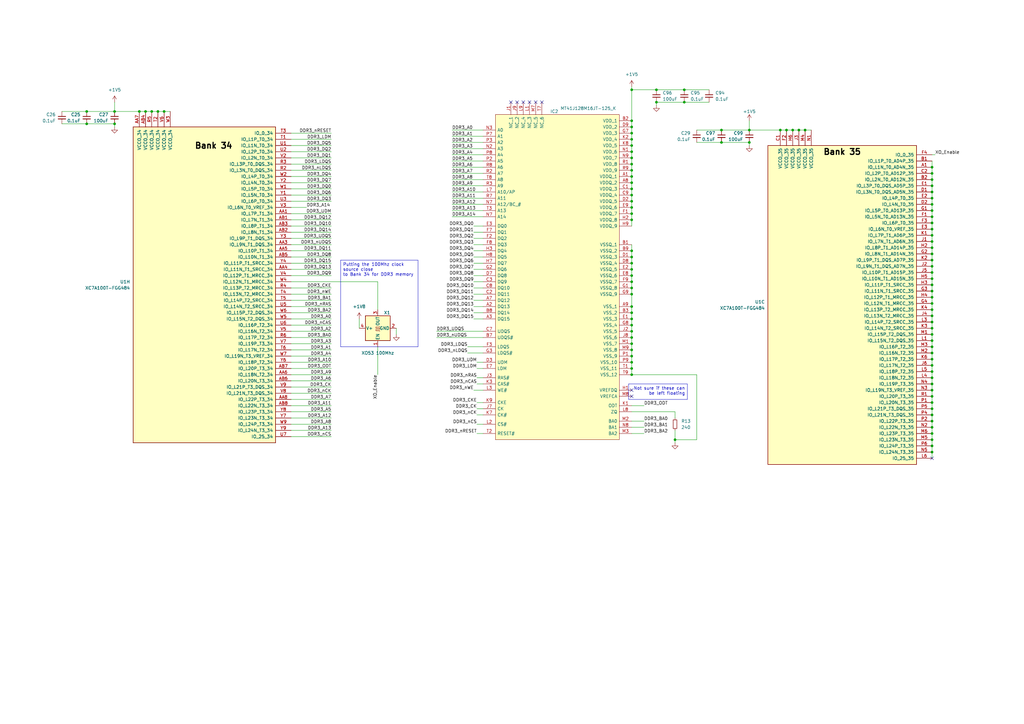
<source format=kicad_sch>
(kicad_sch (version 20230121) (generator eeschema)
  (paper "A3")
  (title_block (title "TripSitter") (date "4/20/2069") (rev "4.2.0") (company "NTNU x Nordic Semiconductor"))
  (junction (at 382.27 76.2))
  (junction (at 382.27 142.24))
  (junction (at 259.08 153.67))
  (junction (at 67.31 45.72))
  (junction (at 295.91 58.42))
  (junction (at 382.27 71.12))
  (junction (at 382.27 78.74))
  (junction (at 382.27 106.68))
  (junction (at 259.08 54.61))
  (junction (at 259.08 72.39))
  (junction (at 382.27 83.82))
  (junction (at 382.27 162.56))
  (junction (at 280.67 36.83))
  (junction (at 259.08 82.55))
  (junction (at 330.2 53.34))
  (junction (at 276.86 180.34))
  (junction (at 320.04 53.34))
  (junction (at 259.08 59.69))
  (junction (at 382.27 116.84))
  (junction (at 64.77 45.72))
  (junction (at 382.27 170.18))
  (junction (at 259.08 52.07))
  (junction (at 259.08 105.41))
  (junction (at 382.27 114.3))
  (junction (at 269.24 41.91))
  (junction (at 259.08 143.51))
  (junction (at 382.27 109.22))
  (junction (at 259.08 120.65))
  (junction (at 382.27 119.38))
  (junction (at 62.23 45.72))
  (junction (at 259.08 118.11))
  (junction (at 35.56 45.72))
  (junction (at 382.27 167.64))
  (junction (at 259.08 140.97))
  (junction (at 259.08 62.23))
  (junction (at 259.08 87.63))
  (junction (at 259.08 85.09))
  (junction (at 35.56 50.8))
  (junction (at 382.27 96.52))
  (junction (at 259.08 115.57))
  (junction (at 259.08 102.87))
  (junction (at 382.27 185.42))
  (junction (at 259.08 130.81))
  (junction (at 382.27 121.92))
  (junction (at 382.27 157.48))
  (junction (at 382.27 73.66))
  (junction (at 382.27 111.76))
  (junction (at 382.27 147.32))
  (junction (at 259.08 64.77))
  (junction (at 259.08 107.95))
  (junction (at 259.08 138.43))
  (junction (at 382.27 165.1))
  (junction (at 325.12 53.34))
  (junction (at 327.66 53.34))
  (junction (at 259.08 49.53))
  (junction (at 259.08 36.83))
  (junction (at 382.27 144.78))
  (junction (at 259.08 128.27))
  (junction (at 259.08 67.31))
  (junction (at 259.08 74.93))
  (junction (at 259.08 133.35))
  (junction (at 382.27 154.94))
  (junction (at 307.34 58.42))
  (junction (at 59.69 45.72))
  (junction (at 382.27 101.6))
  (junction (at 259.08 80.01))
  (junction (at 259.08 146.05))
  (junction (at 259.08 125.73))
  (junction (at 382.27 68.58))
  (junction (at 57.15 45.72))
  (junction (at 307.34 53.34))
  (junction (at 382.27 86.36))
  (junction (at 259.08 151.13))
  (junction (at 382.27 134.62))
  (junction (at 382.27 160.02))
  (junction (at 382.27 91.44))
  (junction (at 46.99 45.72))
  (junction (at 382.27 177.8))
  (junction (at 382.27 99.06))
  (junction (at 382.27 149.86))
  (junction (at 259.08 110.49))
  (junction (at 259.08 148.59))
  (junction (at 259.08 135.89))
  (junction (at 382.27 137.16))
  (junction (at 382.27 104.14))
  (junction (at 280.67 41.91))
  (junction (at 382.27 129.54))
  (junction (at 259.08 69.85))
  (junction (at 382.27 152.4))
  (junction (at 382.27 182.88))
  (junction (at 382.27 132.08))
  (junction (at 259.08 57.15))
  (junction (at 46.99 50.8))
  (junction (at 259.08 90.17))
  (junction (at 382.27 180.34))
  (junction (at 322.58 53.34))
  (junction (at 382.27 175.26))
  (junction (at 382.27 93.98))
  (junction (at 382.27 172.72))
  (junction (at 259.08 77.47))
  (junction (at 382.27 127))
  (junction (at 382.27 81.28))
  (junction (at 269.24 36.83))
  (junction (at 382.27 124.46))
  (junction (at 382.27 139.7))
  (junction (at 295.91 53.34))
  (junction (at 382.27 88.9))
  (junction (at 259.08 113.03))
  (no_connect (at 222.25 41.91))
  (no_connect (at 259.08 160.02))
  (no_connect (at 219.71 41.91))
  (no_connect (at 212.09 41.91))
  (no_connect (at 217.17 41.91))
  (no_connect (at 259.08 162.56))
  (no_connect (at 209.55 41.91))
  (no_connect (at 214.63 41.91))
  (no_connect (at 382.27 187.96))
  (wire (pts (xy 57.15 45.72) (xy 59.69 45.72)))
  (wire (pts (xy 280.67 36.83) (xy 290.83 36.83)))
  (wire (pts (xy 259.08 133.35) (xy 259.08 135.89)))
  (wire (pts (xy 382.27 144.78) (xy 382.27 147.32)))
  (wire (pts (xy 119.38 118.11) (xy 135.89 118.11)))
  (wire (pts (xy 382.27 93.98) (xy 382.27 96.52)))
  (wire (pts (xy 259.08 102.87) (xy 259.08 105.41)))
  (wire (pts (xy 119.38 90.17) (xy 135.89 90.17)))
  (wire (pts (xy 119.38 113.03) (xy 135.89 113.03)))
  (wire (pts (xy 382.27 172.72) (xy 382.27 175.26)))
  (wire (pts (xy 259.08 151.13) (xy 259.08 153.67)))
  (wire (pts (xy 307.34 53.34) (xy 295.91 53.34)))
  (wire (pts (xy 382.27 76.2) (xy 382.27 78.74)))
  (wire (pts (xy 307.34 53.34) (xy 320.04 53.34)))
  (wire (pts (xy 295.91 58.42) (xy 285.75 58.42)))
  (wire (pts (xy 119.38 64.77) (xy 135.89 64.77)))
  (wire (pts (xy 320.04 53.34) (xy 322.58 53.34)))
  (wire (pts (xy 382.27 116.84) (xy 382.27 119.38)))
  (wire (pts (xy 194.31 100.33) (xy 198.12 100.33)))
  (wire (pts (xy 259.08 87.63) (xy 259.08 90.17)))
  (wire (pts (xy 259.08 118.11) (xy 259.08 120.65)))
  (wire (pts (xy 119.38 72.39) (xy 135.89 72.39)))
  (wire (pts (xy 382.27 127) (xy 382.27 129.54)))
  (wire (pts (xy 259.08 72.39) (xy 259.08 74.93)))
  (wire (pts (xy 194.31 130.81) (xy 198.12 130.81)))
  (wire (pts (xy 119.38 153.67) (xy 135.89 153.67)))
  (wire (pts (xy 382.27 134.62) (xy 382.27 137.16)))
  (wire (pts (xy 195.58 148.59) (xy 198.12 148.59)))
  (wire (pts (xy 382.27 114.3) (xy 382.27 116.84)))
  (wire (pts (xy 382.27 73.66) (xy 382.27 76.2)))
  (wire (pts (xy 382.27 139.7) (xy 382.27 142.24)))
  (wire (pts (xy 259.08 105.41) (xy 259.08 107.95)))
  (wire (pts (xy 119.38 151.13) (xy 135.89 151.13)))
  (wire (pts (xy 191.77 142.24) (xy 198.12 142.24)))
  (wire (pts (xy 382.27 91.44) (xy 382.27 93.98)))
  (wire (pts (xy 382.27 160.02) (xy 382.27 162.56)))
  (wire (pts (xy 259.08 52.07) (xy 259.08 54.61)))
  (wire (pts (xy 119.38 120.65) (xy 135.89 120.65)))
  (wire (pts (xy 382.27 142.24) (xy 382.27 144.78)))
  (wire (pts (xy 382.27 154.94) (xy 382.27 157.48)))
  (wire (pts (xy 119.38 59.69) (xy 135.89 59.69)))
  (wire (pts (xy 382.27 88.9) (xy 382.27 91.44)))
  (wire (pts (xy 382.27 157.48) (xy 382.27 160.02)))
  (wire (pts (xy 62.23 45.72) (xy 64.77 45.72)))
  (wire (pts (xy 259.08 54.61) (xy 259.08 57.15)))
  (wire (pts (xy 185.42 66.04) (xy 198.12 66.04)))
  (wire (pts (xy 194.31 125.73) (xy 198.12 125.73)))
  (wire (pts (xy 119.38 85.09) (xy 125.73 85.09)))
  (wire (pts (xy 325.12 53.34) (xy 327.66 53.34)))
  (wire (pts (xy 259.08 80.01) (xy 259.08 82.55)))
  (wire (pts (xy 119.38 80.01) (xy 135.89 80.01)))
  (wire (pts (xy 382.27 129.54) (xy 382.27 132.08)))
  (wire (pts (xy 382.27 81.28) (xy 382.27 83.82)))
  (wire (pts (xy 382.27 167.64) (xy 382.27 170.18)))
  (wire (pts (xy 119.38 168.91) (xy 135.89 168.91)))
  (wire (pts (xy 259.08 57.15) (xy 259.08 59.69)))
  (wire (pts (xy 285.75 153.67) (xy 285.75 180.34)))
  (wire (pts (xy 259.08 128.27) (xy 259.08 130.81)))
  (wire (pts (xy 259.08 85.09) (xy 259.08 87.63)))
  (wire (pts (xy 259.08 82.55) (xy 259.08 85.09)))
  (wire (pts (xy 259.08 77.47) (xy 259.08 80.01)))
  (wire (pts (xy 259.08 120.65) (xy 259.08 125.73)))
  (wire (pts (xy 119.38 133.35) (xy 135.89 133.35)))
  (wire (pts (xy 382.27 165.1) (xy 382.27 167.64)))
  (wire (pts (xy 185.42 83.82) (xy 198.12 83.82)))
  (wire (pts (xy 46.99 45.72) (xy 35.56 45.72)))
  (wire (pts (xy 194.31 107.95) (xy 198.12 107.95)))
  (wire (pts (xy 119.38 74.93) (xy 135.89 74.93)))
  (wire (pts (xy 198.12 138.43) (xy 179.07 138.43)))
  (wire (pts (xy 382.27 68.58) (xy 382.27 71.12)))
  (wire (pts (xy 259.08 62.23) (xy 259.08 64.77)))
  (wire (pts (xy 119.38 128.27) (xy 135.89 128.27)))
  (wire (pts (xy 185.42 58.42) (xy 198.12 58.42)))
  (wire (pts (xy 46.99 50.8) (xy 35.56 50.8)))
  (wire (pts (xy 259.08 69.85) (xy 259.08 72.39)))
  (wire (pts (xy 147.32 130.81) (xy 147.32 134.62)))
  (wire (pts (xy 259.08 138.43) (xy 259.08 140.97)))
  (wire (pts (xy 259.08 59.69) (xy 259.08 62.23)))
  (wire (pts (xy 119.38 115.57) (xy 154.94 115.57)))
  (wire (pts (xy 307.34 49.53) (xy 307.34 53.34)))
  (wire (pts (xy 194.31 102.87) (xy 198.12 102.87)))
  (wire (pts (xy 382.27 121.92) (xy 382.27 124.46)))
  (wire (pts (xy 119.38 102.87) (xy 135.89 102.87)))
  (wire (pts (xy 198.12 135.89) (xy 179.07 135.89)))
  (wire (pts (xy 194.31 120.65) (xy 198.12 120.65)))
  (wire (pts (xy 185.42 86.36) (xy 198.12 86.36)))
  (wire (pts (xy 194.31 118.11) (xy 198.12 118.11)))
  (wire (pts (xy 194.31 128.27) (xy 198.12 128.27)))
  (wire (pts (xy 259.08 74.93) (xy 259.08 77.47)))
  (wire (pts (xy 185.42 60.96) (xy 198.12 60.96)))
  (wire (pts (xy 264.16 175.26) (xy 259.08 175.26)))
  (wire (pts (xy 46.99 41.91) (xy 46.99 45.72)))
  (wire (pts (xy 382.27 182.88) (xy 382.27 185.42)))
  (wire (pts (xy 382.27 63.5) (xy 383.54 63.5)))
  (wire (pts (xy 119.38 171.45) (xy 135.89 171.45)))
  (wire (pts (xy 382.27 185.42) (xy 382.27 187.96)))
  (wire (pts (xy 382.27 170.18) (xy 382.27 172.72)))
  (wire (pts (xy 259.08 143.51) (xy 259.08 146.05)))
  (wire (pts (xy 119.38 173.99) (xy 135.89 173.99)))
  (wire (pts (xy 269.24 41.91) (xy 280.67 41.91)))
  (wire (pts (xy 119.38 163.83) (xy 135.89 163.83)))
  (wire (pts (xy 269.24 36.83) (xy 259.08 36.83)))
  (wire (pts (xy 276.86 168.91) (xy 276.86 171.45)))
  (wire (pts (xy 119.38 62.23) (xy 135.89 62.23)))
  (wire (pts (xy 194.31 123.19) (xy 198.12 123.19)))
  (wire (pts (xy 35.56 45.72) (xy 25.4 45.72)))
  (wire (pts (xy 276.86 180.34) (xy 276.86 181.61)))
  (wire (pts (xy 119.38 179.07) (xy 135.89 179.07)))
  (wire (pts (xy 259.08 146.05) (xy 259.08 148.59)))
  (wire (pts (xy 119.38 69.85) (xy 135.89 69.85)))
  (wire (pts (xy 119.38 110.49) (xy 135.89 110.49)))
  (wire (pts (xy 194.31 115.57) (xy 198.12 115.57)))
  (wire (pts (xy 382.27 109.22) (xy 382.27 111.76)))
  (wire (pts (xy 194.31 110.49) (xy 198.12 110.49)))
  (wire (pts (xy 35.56 50.8) (xy 25.4 50.8)))
  (wire (pts (xy 194.31 160.02) (xy 198.12 160.02)))
  (wire (pts (xy 259.08 110.49) (xy 259.08 113.03)))
  (wire (pts (xy 119.38 123.19) (xy 135.89 123.19)))
  (wire (pts (xy 259.08 35.56) (xy 259.08 36.83)))
  (wire (pts (xy 194.31 97.79) (xy 198.12 97.79)))
  (wire (pts (xy 382.27 83.82) (xy 382.27 86.36)))
  (wire (pts (xy 185.42 78.74) (xy 198.12 78.74)))
  (wire (pts (xy 259.08 125.73) (xy 259.08 128.27)))
  (wire (pts (xy 119.38 107.95) (xy 135.89 107.95)))
  (wire (pts (xy 264.16 172.72) (xy 259.08 172.72)))
  (wire (pts (xy 46.99 50.8) (xy 46.99 52.07)))
  (wire (pts (xy 154.94 127) (xy 154.94 115.57)))
  (wire (pts (xy 185.42 63.5) (xy 198.12 63.5)))
  (wire (pts (xy 259.08 135.89) (xy 259.08 138.43)))
  (wire (pts (xy 259.08 90.17) (xy 259.08 92.71)))
  (wire (pts (xy 119.38 125.73) (xy 135.89 125.73)))
  (wire (pts (xy 382.27 147.32) (xy 382.27 149.86)))
  (wire (pts (xy 119.38 105.41) (xy 135.89 105.41)))
  (wire (pts (xy 119.38 146.05) (xy 135.89 146.05)))
  (wire (pts (xy 119.38 67.31) (xy 135.89 67.31)))
  (wire (pts (xy 119.38 140.97) (xy 135.89 140.97)))
  (wire (pts (xy 194.31 105.41) (xy 198.12 105.41)))
  (wire (pts (xy 276.86 176.53) (xy 276.86 180.34)))
  (wire (pts (xy 119.38 161.29) (xy 135.89 161.29)))
  (wire (pts (xy 269.24 43.18) (xy 269.24 41.91)))
  (wire (pts (xy 119.38 77.47) (xy 135.89 77.47)))
  (wire (pts (xy 307.34 58.42) (xy 307.34 59.69)))
  (wire (pts (xy 382.27 132.08) (xy 382.27 134.62)))
  (wire (pts (xy 194.31 113.03) (xy 198.12 113.03)))
  (wire (pts (xy 119.38 54.61) (xy 135.89 54.61)))
  (wire (pts (xy 259.08 100.33) (xy 259.08 102.87)))
  (wire (pts (xy 119.38 176.53) (xy 135.89 176.53)))
  (wire (pts (xy 195.58 157.48) (xy 198.12 157.48)))
  (wire (pts (xy 382.27 66.04) (xy 382.27 68.58)))
  (wire (pts (xy 185.42 76.2) (xy 198.12 76.2)))
  (wire (pts (xy 259.08 67.31) (xy 259.08 69.85)))
  (wire (pts (xy 195.58 177.8) (xy 198.12 177.8)))
  (wire (pts (xy 119.38 135.89) (xy 135.89 135.89)))
  (wire (pts (xy 119.38 143.51) (xy 135.89 143.51)))
  (wire (pts (xy 46.99 45.72) (xy 57.15 45.72)))
  (wire (pts (xy 119.38 138.43) (xy 135.89 138.43)))
  (wire (pts (xy 119.38 158.75) (xy 135.89 158.75)))
  (wire (pts (xy 322.58 53.34) (xy 325.12 53.34)))
  (wire (pts (xy 185.42 68.58) (xy 198.12 68.58)))
  (wire (pts (xy 191.77 144.78) (xy 198.12 144.78)))
  (wire (pts (xy 382.27 175.26) (xy 382.27 177.8)))
  (wire (pts (xy 119.38 148.59) (xy 135.89 148.59)))
  (wire (pts (xy 259.08 130.81) (xy 259.08 133.35)))
  (wire (pts (xy 259.08 107.95) (xy 259.08 110.49)))
  (wire (pts (xy 259.08 168.91) (xy 276.86 168.91)))
  (wire (pts (xy 382.27 180.34) (xy 382.27 182.88)))
  (wire (pts (xy 119.38 156.21) (xy 135.89 156.21)))
  (wire (pts (xy 382.27 152.4) (xy 382.27 154.94)))
  (wire (pts (xy 119.38 57.15) (xy 135.89 57.15)))
  (wire (pts (xy 382.27 162.56) (xy 382.27 165.1)))
  (wire (pts (xy 259.08 49.53) (xy 259.08 52.07)))
  (wire (pts (xy 119.38 82.55) (xy 135.89 82.55)))
  (wire (pts (xy 119.38 97.79) (xy 135.89 97.79)))
  (wire (pts (xy 195.58 170.18) (xy 198.12 170.18)))
  (wire (pts (xy 264.16 177.8) (xy 259.08 177.8)))
  (wire (pts (xy 162.56 134.62) (xy 162.56 137.16)))
  (wire (pts (xy 259.08 115.57) (xy 259.08 118.11)))
  (wire (pts (xy 195.58 154.94) (xy 198.12 154.94)))
  (wire (pts (xy 185.42 88.9) (xy 198.12 88.9)))
  (wire (pts (xy 259.08 153.67) (xy 285.75 153.67)))
  (wire (pts (xy 67.31 45.72) (xy 69.85 45.72)))
  (wire (pts (xy 185.42 55.88) (xy 198.12 55.88)))
  (wire (pts (xy 382.27 111.76) (xy 382.27 114.3)))
  (wire (pts (xy 119.38 100.33) (xy 135.89 100.33)))
  (wire (pts (xy 264.16 166.37) (xy 259.08 166.37)))
  (wire (pts (xy 195.58 151.13) (xy 198.12 151.13)))
  (wire (pts (xy 382.27 104.14) (xy 382.27 106.68)))
  (wire (pts (xy 154.94 142.24) (xy 154.94 153.67)))
  (wire (pts (xy 280.67 41.91) (xy 290.83 41.91)))
  (wire (pts (xy 194.31 95.25) (xy 198.12 95.25)))
  (wire (pts (xy 64.77 45.72) (xy 67.31 45.72)))
  (wire (pts (xy 59.69 45.72) (xy 62.23 45.72)))
  (wire (pts (xy 119.38 87.63) (xy 135.89 87.63)))
  (wire (pts (xy 382.27 71.12) (xy 382.27 73.66)))
  (wire (pts (xy 185.42 73.66) (xy 198.12 73.66)))
  (wire (pts (xy 382.27 96.52) (xy 382.27 99.06)))
  (wire (pts (xy 382.27 177.8) (xy 382.27 180.34)))
  (wire (pts (xy 295.91 53.34) (xy 285.75 53.34)))
  (wire (pts (xy 195.58 173.99) (xy 198.12 173.99)))
  (wire (pts (xy 382.27 124.46) (xy 382.27 127)))
  (wire (pts (xy 194.31 92.71) (xy 198.12 92.71)))
  (wire (pts (xy 259.08 113.03) (xy 259.08 115.57)))
  (wire (pts (xy 119.38 130.81) (xy 135.89 130.81)))
  (wire (pts (xy 259.08 36.83) (xy 259.08 49.53)))
  (wire (pts (xy 269.24 36.83) (xy 280.67 36.83)))
  (wire (pts (xy 382.27 149.86) (xy 382.27 152.4)))
  (wire (pts (xy 382.27 106.68) (xy 382.27 109.22)))
  (wire (pts (xy 185.42 71.12) (xy 198.12 71.12)))
  (wire (pts (xy 382.27 86.36) (xy 382.27 88.9)))
  (wire (pts (xy 259.08 148.59) (xy 259.08 151.13)))
  (wire (pts (xy 285.75 180.34) (xy 276.86 180.34)))
  (wire (pts (xy 119.38 95.25) (xy 135.89 95.25)))
  (wire (pts (xy 195.58 165.1) (xy 198.12 165.1)))
  (wire (pts (xy 259.08 64.77) (xy 259.08 67.31)))
  (wire (pts (xy 185.42 53.34) (xy 198.12 53.34)))
  (wire (pts (xy 382.27 101.6) (xy 382.27 104.14)))
  (wire (pts (xy 307.34 58.42) (xy 295.91 58.42)))
  (wire (pts (xy 327.66 53.34) (xy 330.2 53.34)))
  (wire (pts (xy 259.08 140.97) (xy 259.08 143.51)))
  (wire (pts (xy 382.27 99.06) (xy 382.27 101.6)))
  (wire (pts (xy 195.58 167.64) (xy 198.12 167.64)))
  (wire (pts (xy 185.42 81.28) (xy 198.12 81.28)))
  (wire (pts (xy 119.38 92.71) (xy 135.89 92.71)))
  (wire (pts (xy 119.38 166.37) (xy 135.89 166.37)))
  (wire (pts (xy 382.27 119.38) (xy 382.27 121.92)))
  (wire (pts (xy 330.2 53.34) (xy 332.74 53.34)))
  (wire (pts (xy 382.27 137.16) (xy 382.27 139.7)))
  (wire (pts (xy 382.27 78.74) (xy 382.27 81.28)))
  (text_box "Putting the 100Mhz clock source close\nto Bank 34 for DDR3 memory" (at 139.7 106.68 0) (size 31.75 35.56) (effects (font (size 1.27 1.27)) (justify left top)))
  (text_box "Not sure if these can be left floating" (at 257.81 157.48 0) (size 24.13 6.35) (effects (font (size 1.27 1.27)) (justify right top)))
  (label "DDR3_nRESET" (at 195.58 177.8 180))
  (label "DDR3_DQ0" (at 194.31 92.71 180))
  (label "DDR3_nUDQS" (at 135.89 100.33 180))
  (label "DDR3_CKE" (at 195.58 165.1 180))
  (label "DDR3_UDQS" (at 135.89 97.79 180))
  (label "DDR3_DQ10" (at 194.31 118.11 180))
  (label "DDR3_nWE" (at 194.31 160.02 180))
  (label "DDR3_DQ6" (at 135.89 80.01 180))
  (label "DDR3_nCAS" (at 195.58 157.48 180))
  (label "DDR3_DQ3" (at 135.89 82.55 180))
  (label "DDR3_nLDQS" (at 191.77 144.78 180))
  (label "DDR3_nCAS" (at 135.89 133.35 180))
  (label "DDR3_A4" (at 135.89 146.05 180))
  (label "DDR3_A11" (at 185.42 81.28 0))
  (label "DDR3_CK" (at 135.89 158.75 180))
  (label "DDR3_DQ2" (at 135.89 62.23 180))
  (label "DDR3_DQ12" (at 135.89 90.17 180))
  (label "DDR3_DQ11" (at 135.89 102.87 180))
  (label "DDR3_UDM" (at 135.89 87.63 180))
  (label "DDR3_DQ14" (at 194.31 128.27 180))
  (label "DDR3_DQ13" (at 135.89 110.49 180))
  (label "DDR3_DQ1" (at 135.89 64.77 180))
  (label "DDR3_DQ0" (at 135.89 77.47 180))
  (label "DDR3_BA1" (at 264.16 175.26 0))
  (label "DDR3_A10" (at 185.42 78.74 0))
  (label "DDR3_DQ1" (at 194.31 95.25 180))
  (label "DDR3_A5" (at 185.42 66.04 0))
  (label "DDR3_LDM" (at 195.58 151.13 180))
  (label "DDR3_A3" (at 185.42 60.96 0))
  (label "DDR3_DQ9" (at 194.31 115.57 180))
  (label "DDR3_BA0" (at 135.89 138.43 180))
  (label "DDR3_A9" (at 185.42 76.2 0))
  (label "DDR3_A7" (at 185.42 71.12 0))
  (label "DDR3_nUDQS" (at 179.07 138.43 0))
  (label "DDR3_DQ15" (at 194.31 130.81 180))
  (label "DDR3_ODT" (at 264.16 166.37 0))
  (label "DDR3_A13" (at 135.89 176.53 180))
  (label "DDR3_DQ10" (at 135.89 92.71 180))
  (label "DDR3_CKE" (at 135.89 118.11 180))
  (label "DDR3_UDQS" (at 179.07 135.89 0))
  (label "DDR3_DQ15" (at 135.89 107.95 180))
  (label "DDR3_A14" (at 185.42 88.9 0))
  (label "DDR3_nRAS" (at 195.58 154.94 180))
  (label "DDR3_DQ14" (at 135.89 95.25 180))
  (label "DDR3_DQ9" (at 135.89 113.03 180))
  (label "DDR3_A0" (at 135.89 130.81 180))
  (label "DDR3_A13" (at 185.42 86.36 0))
  (label "DDR3_DQ5" (at 194.31 105.41 180))
  (label "DDR3_A1" (at 185.42 55.88 0))
  (label "DDR3_A3" (at 135.89 140.97 180))
  (label "XO_Enable" (at 383.54 63.5 0))
  (label "XO_Enable" (at 154.94 153.67 270))
  (label "DDR3_DQ7" (at 194.31 110.49 180))
  (label "DDR3_DQ7" (at 135.89 74.93 180))
  (label "DDR3_nLDQS" (at 135.89 69.85 180))
  (label "DDR3_A9" (at 135.89 153.67 180))
  (label "DDR3_UDM" (at 195.58 148.59 180))
  (label "DDR3_A7" (at 135.89 163.83 180))
  (label "DDR3_A12" (at 135.89 171.45 180))
  (label "DDR3_DQ8" (at 194.31 113.03 180))
  (label "DDR3_A2" (at 135.89 135.89 180))
  (label "DDR3_nRESET" (at 135.89 54.61 180))
  (label "DDR3_DQ4" (at 135.89 72.39 180))
  (label "DDR3_nWE" (at 135.89 120.65 180))
  (label "DDR3_DQ11" (at 194.31 120.65 180))
  (label "DDR3_nRAS" (at 135.89 125.73 180))
  (label "DDR3_CK" (at 195.58 167.64 180))
  (label "DDR3_BA2" (at 264.16 177.8 0))
  (label "DDR3_BA2" (at 135.89 128.27 180))
  (label "DDR3_nCK" (at 135.89 161.29 180))
  (label "DDR3_A8" (at 135.89 173.99 180))
  (label "DDR3_LDM" (at 135.89 57.15 180))
  (label "DDR3_A10" (at 135.89 148.59 180))
  (label "DDR3_A12" (at 185.42 83.82 0))
  (label "DDR3_DQ13" (at 194.31 125.73 180))
  (label "DDR3_DQ12" (at 194.31 123.19 180))
  (label "DDR3_nCK" (at 195.58 170.18 180))
  (label "DDR3_A2" (at 185.42 58.42 0))
  (label "DDR3_A6" (at 135.89 156.21 180))
  (label "DDR3_BA0" (at 264.16 172.72 0))
  (label "DDR3_ODT" (at 135.89 151.13 180))
  (label "DDR3_A1" (at 135.89 143.51 180))
  (label "DDR3_DQ4" (at 194.31 102.87 180))
  (label "DDR3_nCS" (at 195.58 173.99 180))
  (label "DDR3_A6" (at 185.42 68.58 0))
  (label "DDR3_LDQS" (at 191.77 142.24 180))
  (label "DDR3_A0" (at 185.42 53.34 0))
  (label "DDR3_A5" (at 135.89 168.91 180))
  (label "DDR3_DQ3" (at 194.31 100.33 180))
  (label "DDR3_A4" (at 185.42 63.5 0))
  (label "DDR3_LDQS" (at 135.89 67.31 180))
  (label "DDR3_nCS" (at 135.89 179.07 180))
  (label "DDR3_A11" (at 135.89 166.37 180))
  (label "DDR3_DQ8" (at 135.89 105.41 180))
  (label "DDR3_BA1" (at 135.89 123.19 180))
  (label "DDR3_A8" (at 185.42 73.66 0))
  (label "DDR3_DQ5" (at 135.89 59.69 180))
  (label "DDR3_DQ6" (at 194.31 107.95 180))
  (label "DDR3_A14" (at 125.73 85.09 0))
  (label "DDR3_DQ2" (at 194.31 97.79 180))
  (symbol (lib_id "Device:C_Small") (at 280.67 39.37 0) (unit 1)
    (property "Reference" "C95" (at 283.21 38.1063 0) (effects (justify left)))
    (property "Value" "0.1uF" (at 283.21 40.6463 0) (effects (justify left)))
    (property "Footprint" "Capacitor_SMD:C_0201_0603Metric_Pad0.64x0.40mm_HandSolder" (effects hide))
  )
  (symbol (lib_id "MT41J128M16JT:MT41J128M16JT-125_K") (at 198.12 49.53 0) (unit 1)
    (property "Reference" "IC2" (at 227.33 45.72 0))
    (property "Value" "MT41J128M16JT-125_K" (at 241.3 44.45 0))
    (property "Footprint" "footprints:FBGA96_8X14_MRN" (effects hide))
    (property "Datasheet" "https://www.micron.com/products/dram/ddr3-sdram/part-catalog/mt41j128m16jt-125" (effects hide))
    (property "Description" "DRAM DDR3 2G 128MX16 FBGA" (effects hide))
    (property "Height" "1.2" (effects hide))
    (property "Manufacturer_Name" "Micron" (effects hide))
    (property "Manufacturer_Part_Number" "MT41J128M16JT-125:K" (effects hide))
    (property "Mouser Part Number" "340-135528-TRAY" (effects hide))
    (property "Mouser Price/Stock" "https://www.mouser.co.uk/ProductDetail/Micron/MT41J128M16JT-125K?qs=rrS6PyfT74eQf%2F5CTa15nA%3D%3D" (effects hide))
    (property "Arrow Part Number" "MT41J128M16JT-125:K" (effects hide))
    (property "Arrow Price/Stock" "https://www.arrow.com/en/products/mt41j128m16jt-125k/micron-technology?region=nac" (effects hide))
  )
  (symbol (lib_id "Device:C_Small") (at 35.56 48.26 0) (mirror y) (unit 1)
    (property "Reference" "C25" (at 33.02 46.9963 0) (effects (justify left)))
    (property "Value" "0.1uF" (at 33.02 49.5363 0) (effects (justify left)))
    (property "Footprint" "Capacitor_SMD:C_0201_0603Metric_Pad0.64x0.40mm_HandSolder" (effects hide))
  )
  (symbol (lib_id "power:GND") (at 276.86 181.61 0) (unit 1)
    (property "Reference" "#PWR031" (effects hide))
    (property "Value" "GND" (effects hide))
    (instances (project "ddr3_ram(1)" (path "" (reference "#PWR031") (unit 1))) (project "TripSitter" (path "" (reference "#PWR051") (unit 1))) (project "RayTracingPCB" (path "" (reference "#PWR031") (unit 1))))
  )
  (symbol (lib_id "power:GND") (at 162.56 137.16 0) (unit 1)
    (property "Reference" "#PWR037" (effects hide))
    (property "Value" "GND" (effects hide))
  )
  (symbol (lib_id "Device:C_Small") (at 46.99 48.26 0) (mirror y) (unit 1)
    (property "Reference" "C27" (at 44.45 46.9963 0) (effects (justify left)))
    (property "Value" "100uF" (at 44.45 49.5363 0) (effects (justify left)))
    (property "Footprint" "Capacitor_SMD:C_0805_2012Metric_Pad1.18x1.45mm_HandSolder" (effects hide))
    (property "Component" "CL21A107MQYNNWE" (effects hide))
  )
  (symbol (lib_id "Device:C_Small") (at 269.24 39.37 0) (unit 1)
    (property "Reference" "C96" (at 271.78 38.1063 0) (effects (justify left)))
    (property "Value" "100uF" (at 271.78 40.6463 0) (effects (justify left)))
    (property "Footprint" "Capacitor_SMD:C_0805_2012Metric_Pad1.18x1.45mm_HandSolder" (effects hide))
  )
  (symbol (lib_id "xc7a100t-fgg484:XC7A100T-FGG484") (at 87.63 54.61 0) (unit 8)
    (property "Reference" "U1" (at 53.34 115.57 0) (effects (justify right)))
    (property "Value" "XC7A100T-FGG484" (at 53.34 118.11 0) (effects (justify right)))
    (property "Footprint" "Package_BGA:Xilinx_FGG484" (effects hide))
    (property "Datasheet" "https://docs.xilinx.com/v/u/en-US/ds181_Artix_7_Data_Sheet" (effects hide))
  )
  (symbol (lib_id "Device:C_Small") (at 25.4 48.26 0) (mirror y) (unit 1)
    (property "Reference" "C26" (at 22.86 46.9963 0) (effects (justify left)))
    (property "Value" "0.1uF" (at 22.86 49.5363 0) (effects (justify left)))
    (property "Footprint" "Capacitor_SMD:C_0201_0603Metric_Pad0.64x0.40mm_HandSolder" (effects hide))
    (property "Component" "CL03A104KQ3NNNC" (effects hide))
  )
  (symbol (lib_id "Device:C_Small") (at 295.91 55.88 0) (mirror y) (unit 1)
    (property "Reference" "C97" (at 293.37 54.6163 0) (effects (justify left)))
    (property "Value" "0.1uF" (at 293.37 57.1563 0) (effects (justify left)))
    (property "Footprint" "Capacitor_SMD:C_0201_0603Metric_Pad0.64x0.40mm_HandSolder" (effects hide))
  )
  (symbol (lib_id "power:+1V5") (at 259.08 35.56 0) (unit 1)
    (property "Reference" "#PWR052" (effects hide))
    (property "Value" "+1V5" (at 259.08 30.48 0))
  )
  (symbol (lib_id "power:GND") (at 307.34 59.69 0) (mirror y) (unit 1)
    (property "Reference" "#PWR016" (effects hide))
    (property "Value" "GND" (effects hide))
  )
  (symbol (lib_id "power:+1V8") (at 147.32 130.81 0) (unit 1)
    (property "Reference" "#PWR052" (effects hide))
    (property "Value" "+1V8" (at 147.32 125.73 0))
    (instances (project "ddr3_ram(1)" (path "" (reference "#PWR052") (unit 1))) (project "TripSitter" (path "" (reference "#PWR021") (unit 1))) (project "RayTracingPCB" (path "" (reference "#PWR052") (unit 1))))
  )
  (symbol (lib_id "Device:C_Small") (at 285.75 55.88 0) (mirror y) (unit 1)
    (property "Reference" "C29" (at 283.21 54.6163 0) (effects (justify left)))
    (property "Value" "0.1uF" (at 283.21 57.1563 0) (effects (justify left)))
    (property "Footprint" "Capacitor_SMD:C_0201_0603Metric_Pad0.64x0.40mm_HandSolder" (effects hide))
  )
  (symbol (lib_id "Device:C_Small") (at 307.34 55.88 0) (mirror y) (unit 1)
    (property "Reference" "C99" (at 304.8 54.6163 0) (effects (justify left)))
    (property "Value" "100uF" (at 304.8 57.1563 0) (effects (justify left)))
    (property "Footprint" "Capacitor_SMD:C_0805_2012Metric_Pad1.18x1.45mm_HandSolder" (effects hide))
  )
  (symbol (lib_id "Oscillator:XO32") (at 154.94 134.62 90) (unit 1)
    (property "Reference" "X1" (at 158.75 128.27 90))
    (property "Value" "XO53 100Mhz" (at 154.94 144.78 90))
    (property "Footprint" "Oscillator:Oscillator_SMD_EuroQuartz_XO53-4Pin_5.0x3.2mm_HandSoldering" (effects hide))
    (property "Datasheet" "https://ecsxtal.com/store/pdf/ecs-3518-3525r.pdf" (effects hide))
  )
  (symbol (lib_id "power:GND") (at 269.24 43.18 0) (unit 1)
    (property "Reference" "#PWR031" (effects hide))
    (property "Value" "GND" (effects hide))
    (instances (project "ddr3_ram(1)" (path "" (reference "#PWR031") (unit 1))) (project "TripSitter" (path "" (reference "#PWR053") (unit 1))) (project "RayTracingPCB" (path "" (reference "#PWR031") (unit 1))))
  )
  (symbol (lib_id "power:GND") (at 46.99 52.07 0) (mirror y) (unit 1)
    (property "Reference" "#PWR010" (effects hide))
    (property "Value" "GND" (effects hide))
  )
  (symbol (lib_id "Device:C_Small") (at 290.83 39.37 0) (unit 1)
    (property "Reference" "C94" (at 293.37 38.1063 0) (effects (justify left)))
    (property "Value" "0.1uF" (at 293.37 40.6463 0) (effects (justify left)))
    (property "Footprint" "Capacitor_SMD:C_0201_0603Metric_Pad0.64x0.40mm_HandSolder" (effects hide))
  )
  (symbol (lib_id "xc7a100t-fgg484:XC7A100T-FGG484") (at 344.17 127 0) (unit 3)
    (property "Reference" "U1" (at 313.69 123.825 0) (effects (justify right)))
    (property "Value" "XC7A100T-FGG484" (at 313.69 126.365 0) (effects (justify right)))
    (property "Footprint" "Package_BGA:Xilinx_FGG484" (effects hide))
    (property "Datasheet" "https://docs.xilinx.com/v/u/en-US/ds181_Artix_7_Data_Sheet" (effects hide))
  )
  (symbol (lib_id "Device:R_Small") (at 276.86 173.99 0) (unit 1)
    (property "Reference" "R13" (at 279.4 172.72 0) (effects (justify left)))
    (property "Value" "240" (at 279.4 175.26 0) (effects (justify left)))
    (property "Footprint" "Resistor_SMD:R_0805_2012Metric_Pad1.20x1.40mm_HandSolder" (effects hide))
    (instances (project "ddr3_ram(1)" (path "" (reference "R13") (unit 1))) (project "TripSitter" (path "" (reference "R28") (unit 1))) (project "RayTracingPCB" (path "" (reference "R13") (unit 1))))
  )
  (symbol (lib_id "power:+1V5") (at 307.34 49.53 0) (mirror y) (unit 1)
    (property "Reference" "#PWR011" (effects hide))
    (property "Value" "+1V5" (at 307.34 45.72 0))
  )
  (symbol (lib_id "power:+1V5") (at 46.99 41.91 0) (mirror y) (unit 1)
    (property "Reference" "#PWR07" (effects hide))
    (property "Value" "+1V5" (at 46.99 36.83 0))
  )
)
</source>
